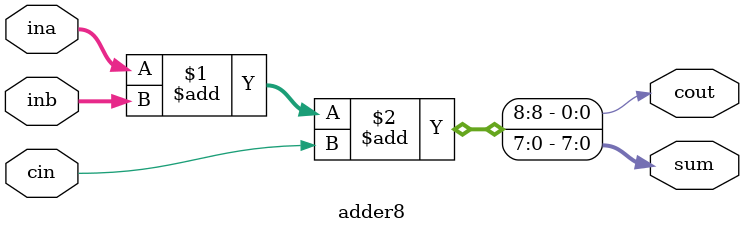
<source format=v>
module adder8(
    output wire [7:0] sum,
    output wire cout,
    input  wire [7:0] ina,
    input  wire [7:0] inb,
    input  wire cin
);
assign {cout,sum} = ina + inb + cin;
endmodule
</source>
